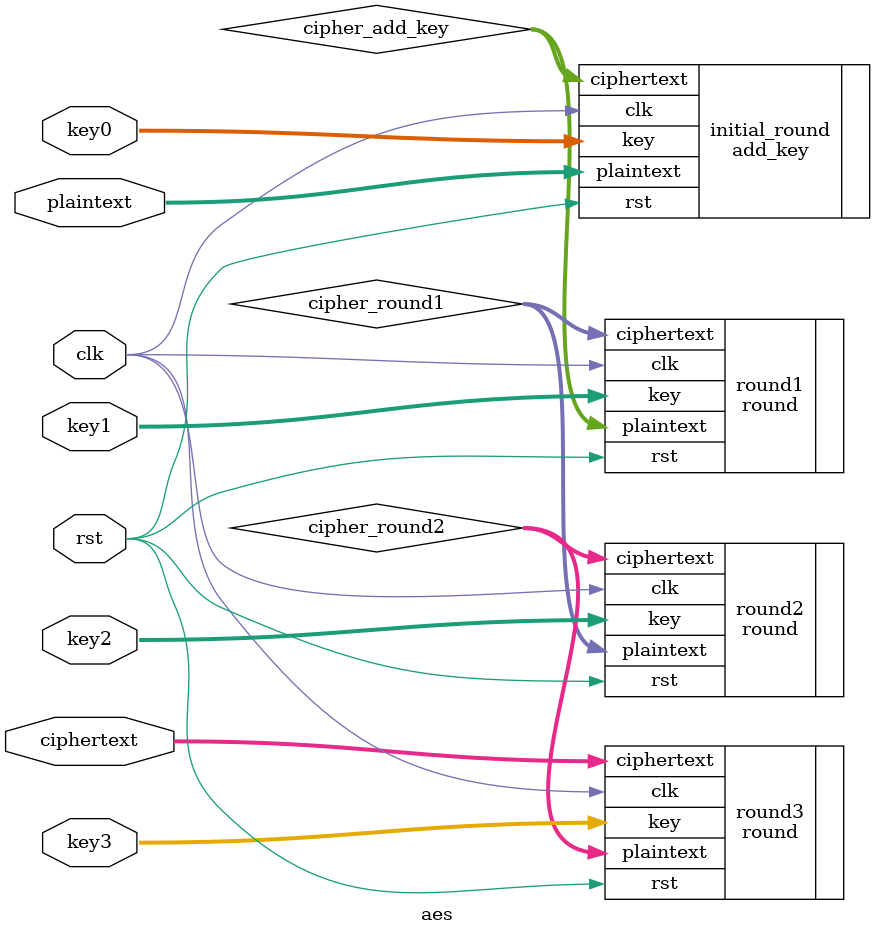
<source format=v>
module aes (input clk,
            input rst,
            input [127:0] key0,
            input [127:0] key1,
            input [127:0] key2,
            input [127:0] key3,
            input [127:0] plaintext,
            inout [127:0] ciphertext);
    
    wire [127: 0] cipher_add_key;
    add_key initial_round(
    .clk(clk),
    .rst(rst),
    .key(key0),
    .plaintext(plaintext),
    .ciphertext(cipher_add_key)
    );
    
    wire [127: 0] cipher_round1;
    round round1(
    .clk(clk),
    .rst(rst),
    .key(key1),
    .plaintext(cipher_add_key),
    .ciphertext(cipher_round1)
    );
    
    wire [127: 0] cipher_round2;
    round round2(
    .clk(clk),
    .rst(rst),
    .key(key2),
    .plaintext(cipher_round1),
    .ciphertext(cipher_round2)
    );
    
    wire [127: 0] cipher_round3;
    round round3(
    .clk(clk),
    .rst(rst),
    .key(key3),
    .plaintext(cipher_round2),
    .ciphertext(ciphertext)
    );
    
    
endmodule

</source>
